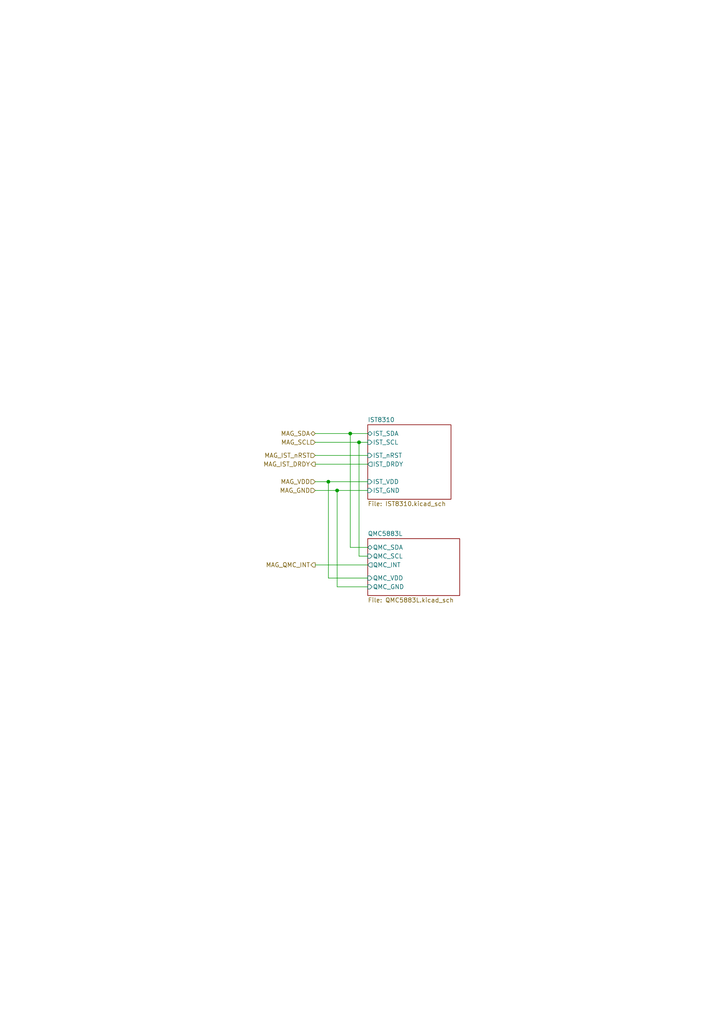
<source format=kicad_sch>
(kicad_sch (version 20230121) (generator eeschema)
  (paper "A4" portrait)
  (title_block (title "RasPi Zero NAV Hat") (date "2023-05-12") (rev "0.1") (company "chipiki.ru") (comment 1 "RasPi Zero NAV Hat") (comment 2 "Denis Tsekh"))
  (lib_symbols)
  (junction (at 95.25 139.7))
  (junction (at 104.14 128.27))
  (junction (at 97.79 142.24))
  (junction (at 101.6 125.73))
  (wire (pts (xy 91.44 142.24) (xy 97.79 142.24)))
  (wire (pts (xy 91.44 125.73) (xy 101.6 125.73)))
  (wire (pts (xy 104.14 128.27) (xy 106.68 128.27)))
  (wire (pts (xy 91.44 132.08) (xy 106.68 132.08)))
  (wire (pts (xy 104.14 128.27) (xy 104.14 161.29)))
  (wire (pts (xy 91.44 128.27) (xy 104.14 128.27)))
  (wire (pts (xy 104.14 161.29) (xy 106.68 161.29)))
  (wire (pts (xy 95.25 139.7) (xy 95.25 167.64)))
  (wire (pts (xy 97.79 170.18) (xy 106.68 170.18)))
  (wire (pts (xy 101.6 158.75) (xy 106.68 158.75)))
  (wire (pts (xy 95.25 139.7) (xy 106.68 139.7)))
  (wire (pts (xy 91.44 134.62) (xy 106.68 134.62)))
  (wire (pts (xy 91.44 163.83) (xy 106.68 163.83)))
  (wire (pts (xy 97.79 142.24) (xy 106.68 142.24)))
  (wire (pts (xy 95.25 167.64) (xy 106.68 167.64)))
  (wire (pts (xy 91.44 139.7) (xy 95.25 139.7)))
  (wire (pts (xy 101.6 125.73) (xy 101.6 158.75)))
  (wire (pts (xy 97.79 142.24) (xy 97.79 170.18)))
  (wire (pts (xy 101.6 125.73) (xy 106.68 125.73)))
  (hierarchical_label "MAG_SDA" (shape bidirectional) (at 91.44 125.73 180))
  (hierarchical_label "MAG_SCL" (shape input) (at 91.44 128.27 180))
  (hierarchical_label "MAG_GND" (shape input) (at 91.44 142.24 180))
  (hierarchical_label "MAG_IST_nRST" (shape input) (at 91.44 132.08 180))
  (hierarchical_label "MAG_VDD" (shape input) (at 91.44 139.7 180))
  (hierarchical_label "MAG_QMC_INT" (shape output) (at 91.44 163.83 180))
  (hierarchical_label "MAG_IST_DRDY" (shape output) (at 91.44 134.62 180))
  (sheet (at 106.68 156.21) (size 26.67 16.51) (stroke (width 0.1524))
    (property "Sheetname" "QMC5883L" (at 106.68 155.4984 0) (effects (justify left bottom)))
    (property "Sheetfile" "QMC5883L.kicad_sch" (at 106.68 173.3046 0) (effects (justify left top)))
    (pin "QMC_VDD" input (at 106.68 167.64 180))
    (pin "QMC_SCL" input (at 106.68 161.29 180))
    (pin "QMC_SDA" bidirectional (at 106.68 158.75 180))
    (pin "QMC_GND" input (at 106.68 170.18 180))
    (pin "QMC_INT" output (at 106.68 163.83 180))
  )
  (sheet (at 106.68 123.19) (size 24.13 21.59) (stroke (width 0.1524))
    (property "Sheetname" "IST8310" (at 106.68 122.4784 0) (effects (justify left bottom)))
    (property "Sheetfile" "IST8310.kicad_sch" (at 106.68 145.3646 0) (effects (justify left top)))
    (pin "IST_GND" input (at 106.68 142.24 180))
    (pin "IST_VDD" input (at 106.68 139.7 180))
    (pin "IST_SDA" bidirectional (at 106.68 125.73 180))
    (pin "IST_SCL" input (at 106.68 128.27 180))
    (pin "IST_nRST" input (at 106.68 132.08 180))
    (pin "IST_DRDY" output (at 106.68 134.62 180))
  )
)
</source>
